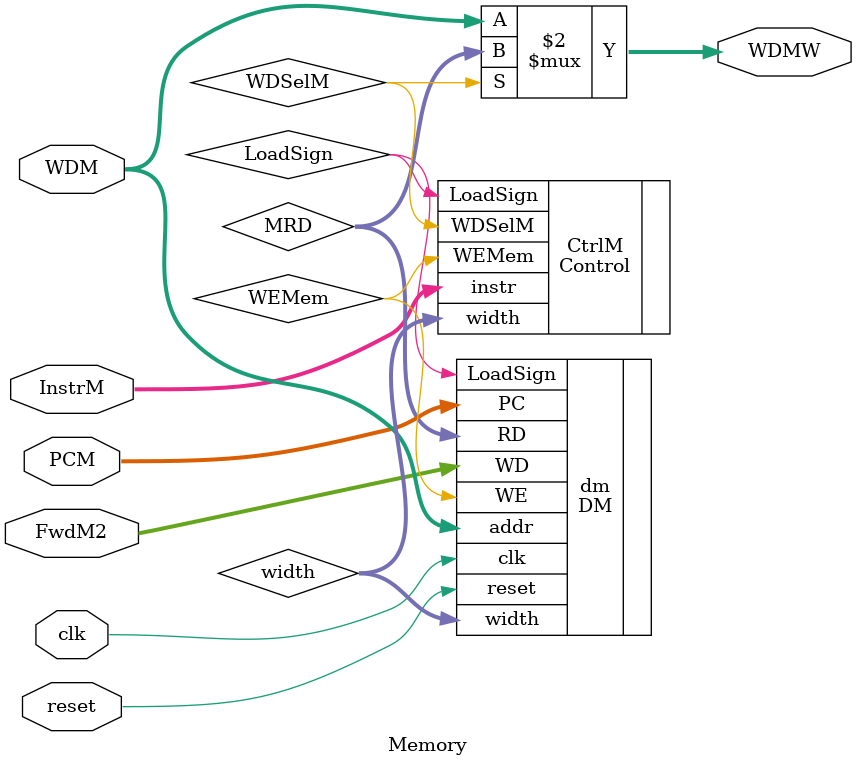
<source format=v>
`timescale 1ns / 1ps
module Memory(
    input clk,
    input reset,
	
    input [31:0] PCM,
    input [31:0] InstrM,
	
    input [31:0] WDM,	// Write Data Mem-Stage
    input [31:0] FwdM2,
	
    output [31:0] WDMW	// Write Data from Mem-Stage to Write-Stage
    );
	wire WEMem;
	wire [1:0] width;
	wire LoadSign;
	wire [31:0] MRD; // Mem Read Data
	
	wire WDSelM;
	
	Control CtrlM(
    .instr(InstrM), 
	
    .WEMem(WEMem), 
    .width(width), 
    .LoadSign(LoadSign), 
    .WDSelM(WDSelM)
    );
	
	DM dm (
    .clk(clk), 
    .reset(reset),
	
    .WE(WEMem), 
    .width(width), 
    .LoadSign(LoadSign), 
	
    .addr(WDM), 
    .WD(FwdM2), 
	
    .RD(MRD), 
    .PC(PCM)
    );
	
	assign WDMW = (WDSelM == 0)? WDM : MRD;


endmodule

</source>
